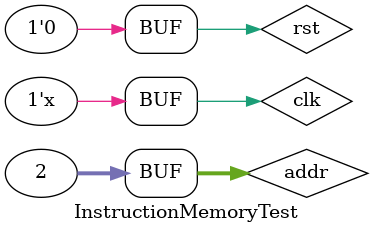
<source format=v>
`timescale 1ns/1ps

module InstructionMemoryTest;
    reg           clk;
    reg           rst;
    reg    [31:0] addr;
    wire   [31:0] dout;
    wire          requireStall;
    wire          exception;

    InstructionMemory U1
    (
        .clk(clk),
        .rst(rst),
        .addr(addr),
        .dout(dout),
        .requireStall(requireStall),
        .exception(exception)
    );

    initial
    begin
        clk = 0;
        rst = 1;
        #20
        rst = 0;

        addr = 32'h0000_0000;
        
        #40
        addr = 32'h0000_0004;

        #40
        addr = 32'h0000_0002;
        // expect: exception
    end

    always
    begin
        #10
        clk = ~clk;
    end

endmodule

</source>
